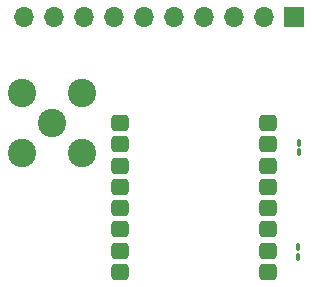
<source format=gbr>
%TF.GenerationSoftware,KiCad,Pcbnew,(6.0.10-0)*%
%TF.CreationDate,2023-02-01T12:14:52-08:00*%
%TF.ProjectId,DRF1268T,44524631-3236-4385-942e-6b696361645f,rev?*%
%TF.SameCoordinates,Original*%
%TF.FileFunction,Soldermask,Top*%
%TF.FilePolarity,Negative*%
%FSLAX46Y46*%
G04 Gerber Fmt 4.6, Leading zero omitted, Abs format (unit mm)*
G04 Created by KiCad (PCBNEW (6.0.10-0)) date 2023-02-01 12:14:52*
%MOMM*%
%LPD*%
G01*
G04 APERTURE LIST*
G04 Aperture macros list*
%AMRoundRect*
0 Rectangle with rounded corners*
0 $1 Rounding radius*
0 $2 $3 $4 $5 $6 $7 $8 $9 X,Y pos of 4 corners*
0 Add a 4 corners polygon primitive as box body*
4,1,4,$2,$3,$4,$5,$6,$7,$8,$9,$2,$3,0*
0 Add four circle primitives for the rounded corners*
1,1,$1+$1,$2,$3*
1,1,$1+$1,$4,$5*
1,1,$1+$1,$6,$7*
1,1,$1+$1,$8,$9*
0 Add four rect primitives between the rounded corners*
20,1,$1+$1,$2,$3,$4,$5,0*
20,1,$1+$1,$4,$5,$6,$7,0*
20,1,$1+$1,$6,$7,$8,$9,0*
20,1,$1+$1,$8,$9,$2,$3,0*%
G04 Aperture macros list end*
%ADD10RoundRect,0.100000X0.100000X-0.217500X0.100000X0.217500X-0.100000X0.217500X-0.100000X-0.217500X0*%
%ADD11C,2.400000*%
%ADD12R,1.700000X1.700000*%
%ADD13O,1.700000X1.700000*%
%ADD14RoundRect,0.350000X-0.395000X-0.350000X0.395000X-0.350000X0.395000X0.350000X-0.395000X0.350000X0*%
G04 APERTURE END LIST*
D10*
%TO.C,C2*%
X168275000Y-109804750D03*
X168275000Y-108989750D03*
%TD*%
D11*
%TO.C,J1*%
X147320000Y-107318000D03*
X149860000Y-104778000D03*
X144780000Y-104778000D03*
X144780000Y-109858000D03*
X149860000Y-109858000D03*
%TD*%
D12*
%TO.C,J2*%
X167864000Y-98323000D03*
D13*
X165324000Y-98323000D03*
X162784000Y-98323000D03*
X160244000Y-98323000D03*
X157704000Y-98323000D03*
X155164000Y-98323000D03*
X152624000Y-98323000D03*
X150084000Y-98323000D03*
X147544000Y-98323000D03*
X145004000Y-98323000D03*
%TD*%
D10*
%TO.C,C1*%
X168148000Y-118644500D03*
X168148000Y-117829500D03*
%TD*%
D14*
%TO.C,R1*%
X153098000Y-107318000D03*
X153098000Y-109118000D03*
X153098000Y-110918000D03*
X153098000Y-112718000D03*
X153098000Y-114518000D03*
X153098000Y-116318000D03*
X153098000Y-118118000D03*
X153098000Y-119918000D03*
X165608000Y-119918000D03*
X165608000Y-118118000D03*
X165608000Y-116318000D03*
X165608000Y-114518000D03*
X165608000Y-112718000D03*
X165608000Y-110918000D03*
X165608000Y-109118000D03*
X165608000Y-107318000D03*
%TD*%
M02*

</source>
